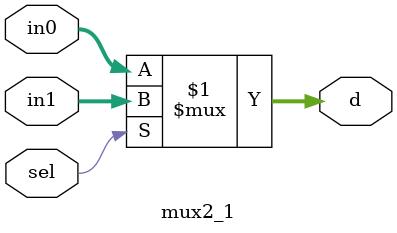
<source format=v>
module mux2_1 (
    input  wire [31:0] in0,
    input  wire [31:0] in1,
    input  wire sel,
    output wire [31:0] d
);
    assign d = sel ? in1 : in0;
endmodule

</source>
